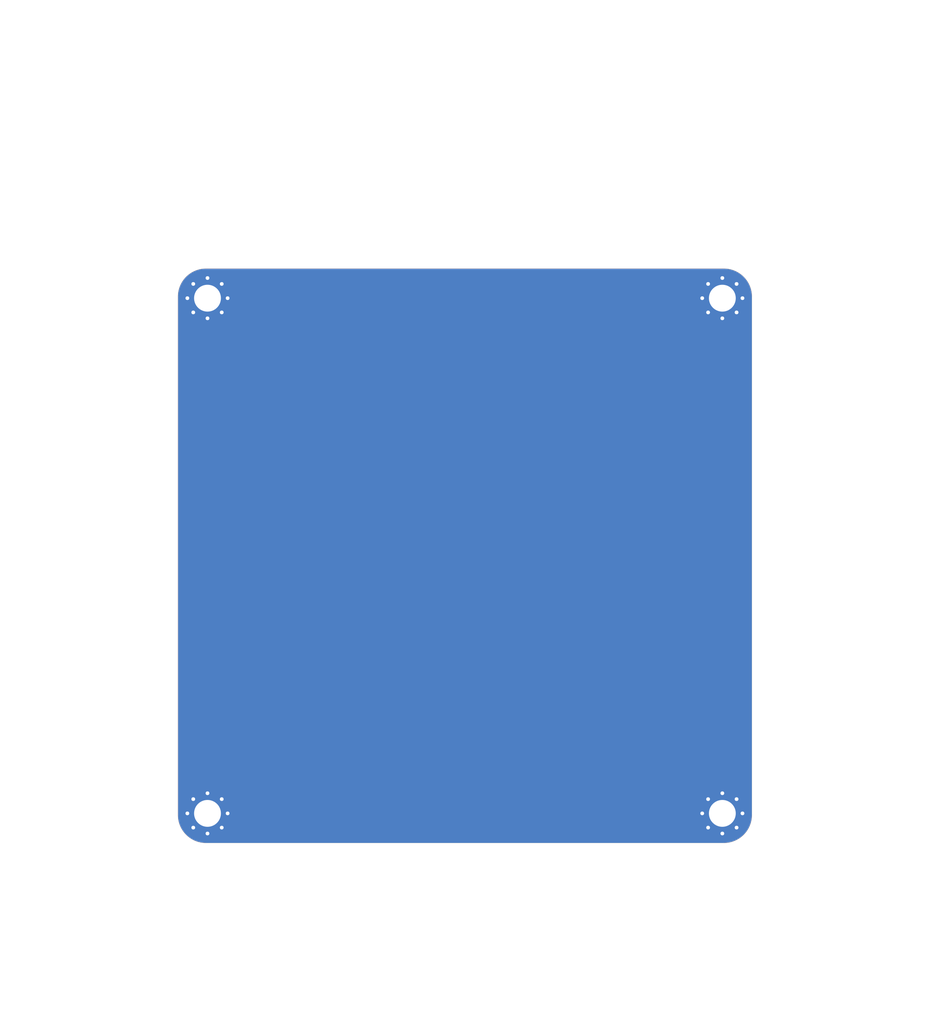
<source format=kicad_pcb>
(kicad_pcb (version 20221018) (generator pcbnew)
  (layers (0 "F.Cu" signal) (31 "B.Cu" signal) (34 "B.Paste" user) (35 "F.Paste" user) (36 "B.SilkS" user "B.Silkscreen") (37 "F.SilkS" user "F.Silkscreen") (38 "B.Mask" user) (39 "F.Mask" user) (44 "Edge.Cuts" user))
  (net 0 "")
  (net 1 "GND")
  (footprint "MountingHole:MountingHole_4.3mm_M4_Pad_Via" (layer "F.Cu") (at -41.25 -41.25)
    (fp_text reference "MH1")
    (fp_text value "MountingHole")
    (pad "1" thru_hole circle locked (at -3.225 0) (size 0.9 0.9) (drill 0.6) (layers "*.Cu" "*.Mask") (net 1 "GND"))
    (pad "1" thru_hole circle locked (at -2.280419 -2.280419) (size 0.9 0.9) (drill 0.6) (layers "*.Cu" "*.Mask") (net 1 "GND"))
    (pad "1" thru_hole circle locked (at -2.280419 2.280419) (size 0.9 0.9) (drill 0.6) (layers "*.Cu" "*.Mask") (net 1 "GND"))
    (pad "1" thru_hole circle locked (at 0 -3.225) (size 0.9 0.9) (drill 0.6) (layers "*.Cu" "*.Mask") (net 1 "GND"))
    (pad "1" thru_hole circle locked (at 0 0) (size 8.6 8.6) (drill 4.3) (layers "*.Cu" "*.Mask") (net 1 "GND"))
    (pad "1" thru_hole circle locked (at 0 3.225) (size 0.9 0.9) (drill 0.6) (layers "*.Cu" "*.Mask") (net 1 "GND"))
    (pad "1" thru_hole circle locked (at 2.280419 -2.280419) (size 0.9 0.9) (drill 0.6) (layers "*.Cu" "*.Mask") (net 1 "GND"))
    (pad "1" thru_hole circle locked (at 2.280419 2.280419) (size 0.9 0.9) (drill 0.6) (layers "*.Cu" "*.Mask") (net 1 "GND"))
    (pad "1" thru_hole circle locked (at 3.225 0) (size 0.9 0.9) (drill 0.6) (layers "*.Cu" "*.Mask") (net 1 "GND"))
  )
  (footprint "MountingHole:MountingHole_4.3mm_M4_Pad_Via" (layer "F.Cu") (at 41.25 41.25)
    (fp_text reference "MH2")
    (fp_text value "MountingHole")
    (pad "1" thru_hole circle locked (at -3.225 0) (size 0.9 0.9) (drill 0.6) (layers "*.Cu" "*.Mask") (net 1 "GND"))
    (pad "1" thru_hole circle locked (at -2.280419 -2.280419) (size 0.9 0.9) (drill 0.6) (layers "*.Cu" "*.Mask") (net 1 "GND"))
    (pad "1" thru_hole circle locked (at -2.280419 2.280419) (size 0.9 0.9) (drill 0.6) (layers "*.Cu" "*.Mask") (net 1 "GND"))
    (pad "1" thru_hole circle locked (at 0 -3.225) (size 0.9 0.9) (drill 0.6) (layers "*.Cu" "*.Mask") (net 1 "GND"))
    (pad "1" thru_hole circle locked (at 0 0) (size 8.6 8.6) (drill 4.3) (layers "*.Cu" "*.Mask") (net 1 "GND"))
    (pad "1" thru_hole circle locked (at 0 3.225) (size 0.9 0.9) (drill 0.6) (layers "*.Cu" "*.Mask") (net 1 "GND"))
    (pad "1" thru_hole circle locked (at 2.280419 -2.280419) (size 0.9 0.9) (drill 0.6) (layers "*.Cu" "*.Mask") (net 1 "GND"))
    (pad "1" thru_hole circle locked (at 2.280419 2.280419) (size 0.9 0.9) (drill 0.6) (layers "*.Cu" "*.Mask") (net 1 "GND"))
    (pad "1" thru_hole circle locked (at 3.225 0) (size 0.9 0.9) (drill 0.6) (layers "*.Cu" "*.Mask") (net 1 "GND"))
  )
  (footprint "MountingHole:MountingHole_4.3mm_M4_Pad_Via" (layer "F.Cu") (at 41.25 -41.25)
    (fp_text reference "MH3")
    (fp_text value "MountingHole")
    (pad "1" thru_hole circle locked (at -3.225 0) (size 0.9 0.9) (drill 0.6) (layers "*.Cu" "*.Mask") (net 1 "GND"))
    (pad "1" thru_hole circle locked (at -2.280419 -2.280419) (size 0.9 0.9) (drill 0.6) (layers "*.Cu" "*.Mask") (net 1 "GND"))
    (pad "1" thru_hole circle locked (at -2.280419 2.280419) (size 0.9 0.9) (drill 0.6) (layers "*.Cu" "*.Mask") (net 1 "GND"))
    (pad "1" thru_hole circle locked (at 0 -3.225) (size 0.9 0.9) (drill 0.6) (layers "*.Cu" "*.Mask") (net 1 "GND"))
    (pad "1" thru_hole circle locked (at 0 0) (size 8.6 8.6) (drill 4.3) (layers "*.Cu" "*.Mask") (net 1 "GND"))
    (pad "1" thru_hole circle locked (at 0 3.225) (size 0.9 0.9) (drill 0.6) (layers "*.Cu" "*.Mask") (net 1 "GND"))
    (pad "1" thru_hole circle locked (at 2.280419 -2.280419) (size 0.9 0.9) (drill 0.6) (layers "*.Cu" "*.Mask") (net 1 "GND"))
    (pad "1" thru_hole circle locked (at 2.280419 2.280419) (size 0.9 0.9) (drill 0.6) (layers "*.Cu" "*.Mask") (net 1 "GND"))
    (pad "1" thru_hole circle locked (at 3.225 0) (size 0.9 0.9) (drill 0.6) (layers "*.Cu" "*.Mask") (net 1 "GND"))
  )
  (footprint "MountingHole:MountingHole_4.3mm_M4_Pad_Via" (layer "F.Cu") (at -41.25 41.25)
    (fp_text reference "MH4")
    (fp_text value "MountingHole")
    (pad "1" thru_hole circle locked (at -3.225 0) (size 0.9 0.9) (drill 0.6) (layers "*.Cu" "*.Mask") (net 1 "GND"))
    (pad "1" thru_hole circle locked (at -2.280419 -2.280419) (size 0.9 0.9) (drill 0.6) (layers "*.Cu" "*.Mask") (net 1 "GND"))
    (pad "1" thru_hole circle locked (at -2.280419 2.280419) (size 0.9 0.9) (drill 0.6) (layers "*.Cu" "*.Mask") (net 1 "GND"))
    (pad "1" thru_hole circle locked (at 0 -3.225) (size 0.9 0.9) (drill 0.6) (layers "*.Cu" "*.Mask") (net 1 "GND"))
    (pad "1" thru_hole circle locked (at 0 0) (size 8.6 8.6) (drill 4.3) (layers "*.Cu" "*.Mask") (net 1 "GND"))
    (pad "1" thru_hole circle locked (at 0 3.225) (size 0.9 0.9) (drill 0.6) (layers "*.Cu" "*.Mask") (net 1 "GND"))
    (pad "1" thru_hole circle locked (at 2.280419 -2.280419) (size 0.9 0.9) (drill 0.6) (layers "*.Cu" "*.Mask") (net 1 "GND"))
    (pad "1" thru_hole circle locked (at 2.280419 2.280419) (size 0.9 0.9) (drill 0.6) (layers "*.Cu" "*.Mask") (net 1 "GND"))
    (pad "1" thru_hole circle locked (at 3.225 0) (size 0.9 0.9) (drill 0.6) (layers "*.Cu" "*.Mask") (net 1 "GND"))
  )
  (footprint "locallib:ai-ring-25mm-mask" (layer "F.Cu") (at 0 0)
    (fp_text reference "G***" hide)
    (fp_text value "LOGO" hide)
  )
  (gr_line (start -46 41.5) (end -46 -41.5) (stroke (width 0.05)) (layer "Edge.Cuts"))
  (gr_line (start 41.5 46) (end -41.5 46) (stroke (width 0.05)) (layer "Edge.Cuts"))
  (gr_arc (start -46 -41.5) (mid -44.681981 -44.681981) (end -41.5 -46) (stroke (width 0.05)) (layer "Edge.Cuts"))
  (gr_line (start 46 -41.5) (end 46 41.5) (stroke (width 0.05)) (layer "Edge.Cuts"))
  (gr_arc (start -41.5 46) (mid -44.681981 44.681981) (end -46 41.5) (stroke (width 0.05)) (layer "Edge.Cuts"))
  (gr_arc (start 41.5 -46) (mid 44.681981 -44.681981) (end 46 -41.5) (stroke (width 0.05)) (layer "Edge.Cuts"))
  (gr_line (start -41.5 -46) (end 41.5 -46) (stroke (width 0.05)) (layer "Edge.Cuts"))
  (gr_arc (start 46 41.5) (mid 44.681981 44.681981) (end 41.5 46) (stroke (width 0.05)) (layer "Edge.Cuts"))
  (zone (net 1) (net_name "GND") (layer "F.Cu") (connect_pads yes (clearance 0.508)) (min_thickness 0.254) (fill yes (thermal_gap 0.508) (thermal_bridge_width 0.508))
    (polygon (pts (xy -74.5 -75) (xy 75.5 -75) (xy 75.5 75) (xy -74.5 75)))
  )
  (zone (net 1) (net_name "GND") (layer "B.Cu") (connect_pads yes (clearance 0.508)) (min_thickness 0.254) (fill yes (thermal_gap 0.508) (thermal_bridge_width 0.508))
    (polygon (pts (xy -74.5 75) (xy -74.5 -75) (xy 75.5 -75) (xy 75.5 75)))
  )
)
</source>
